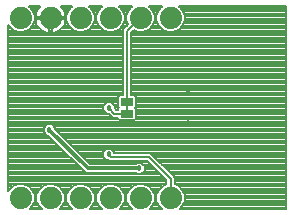
<source format=gbl>
G75*
%MOIN*%
%OFA0B0*%
%FSLAX25Y25*%
%IPPOS*%
%LPD*%
%AMOC8*
5,1,8,0,0,1.08239X$1,22.5*
%
%ADD10C,0.07400*%
%ADD11C,0.00800*%
%ADD12R,0.04000X0.02500*%
%ADD13C,0.01800*%
%ADD14C,0.01200*%
D10*
X0011800Y0023933D03*
X0021800Y0023933D03*
X0031800Y0023933D03*
X0041800Y0023933D03*
X0051800Y0023933D03*
X0061800Y0023933D03*
X0061800Y0083933D03*
X0051800Y0083933D03*
X0041800Y0083933D03*
X0031800Y0083933D03*
X0021800Y0083933D03*
X0011800Y0083933D03*
D11*
X0015784Y0021271D02*
X0014797Y0020283D01*
X0018803Y0020283D01*
X0017816Y0021271D01*
X0017100Y0022998D01*
X0017100Y0024868D01*
X0017816Y0026595D01*
X0019138Y0027918D01*
X0020865Y0028633D01*
X0022735Y0028633D01*
X0024462Y0027918D01*
X0025784Y0026595D01*
X0026500Y0024868D01*
X0026500Y0022998D01*
X0025784Y0021271D01*
X0024797Y0020283D01*
X0028803Y0020283D01*
X0027816Y0021271D01*
X0027100Y0022998D01*
X0027100Y0024868D01*
X0027816Y0026595D01*
X0029138Y0027918D01*
X0030865Y0028633D01*
X0032735Y0028633D01*
X0034462Y0027918D01*
X0035784Y0026595D01*
X0036500Y0024868D01*
X0036500Y0022998D01*
X0035784Y0021271D01*
X0034797Y0020283D01*
X0038803Y0020283D01*
X0037816Y0021271D01*
X0037100Y0022998D01*
X0037100Y0024868D01*
X0037816Y0026595D01*
X0039138Y0027918D01*
X0040865Y0028633D01*
X0042735Y0028633D01*
X0044462Y0027918D01*
X0045784Y0026595D01*
X0046500Y0024868D01*
X0046500Y0022998D01*
X0045784Y0021271D01*
X0044797Y0020283D01*
X0048803Y0020283D01*
X0047816Y0021271D01*
X0047100Y0022998D01*
X0047100Y0024868D01*
X0047816Y0026595D01*
X0049138Y0027918D01*
X0050865Y0028633D01*
X0052735Y0028633D01*
X0054462Y0027918D01*
X0055784Y0026595D01*
X0056500Y0024868D01*
X0056500Y0022998D01*
X0055784Y0021271D01*
X0054797Y0020283D01*
X0058803Y0020283D01*
X0057816Y0021271D01*
X0057100Y0022998D01*
X0057100Y0024868D01*
X0057816Y0026595D01*
X0059138Y0027918D01*
X0060400Y0028440D01*
X0060400Y0029703D01*
X0053920Y0036183D01*
X0041420Y0036183D01*
X0041120Y0036483D01*
X0040413Y0036483D01*
X0039300Y0037596D01*
X0039300Y0039170D01*
X0040413Y0040283D01*
X0041987Y0040283D01*
X0043100Y0039170D01*
X0043100Y0038983D01*
X0055080Y0038983D01*
X0063200Y0030863D01*
X0063200Y0028440D01*
X0064462Y0027918D01*
X0065784Y0026595D01*
X0066500Y0024868D01*
X0066500Y0022998D01*
X0065784Y0021271D01*
X0064797Y0020283D01*
X0100350Y0020283D01*
X0100350Y0087683D01*
X0064697Y0087683D01*
X0065784Y0086595D01*
X0066500Y0084868D01*
X0066500Y0082998D01*
X0065784Y0081271D01*
X0064462Y0079949D01*
X0062735Y0079233D01*
X0060865Y0079233D01*
X0059138Y0079949D01*
X0057816Y0081271D01*
X0057100Y0082998D01*
X0057100Y0084868D01*
X0057816Y0086595D01*
X0058903Y0087683D01*
X0054697Y0087683D01*
X0055784Y0086595D01*
X0056500Y0084868D01*
X0056500Y0082998D01*
X0055784Y0081271D01*
X0054462Y0079949D01*
X0052735Y0079233D01*
X0050865Y0079233D01*
X0049603Y0079756D01*
X0048700Y0078853D01*
X0048700Y0058183D01*
X0049714Y0058183D01*
X0050300Y0057597D01*
X0050300Y0054269D01*
X0049964Y0053933D01*
X0050300Y0053597D01*
X0050300Y0050269D01*
X0049714Y0049683D01*
X0044886Y0049683D01*
X0044300Y0050269D01*
X0044300Y0050533D01*
X0042540Y0050533D01*
X0041720Y0051353D01*
X0041165Y0051908D01*
X0040488Y0051908D01*
X0039375Y0053021D01*
X0039375Y0054595D01*
X0040488Y0055708D01*
X0042062Y0055708D01*
X0043175Y0054595D01*
X0043175Y0053858D01*
X0043700Y0053333D01*
X0044300Y0053333D01*
X0044300Y0053597D01*
X0044636Y0053933D01*
X0044300Y0054269D01*
X0044300Y0057597D01*
X0044886Y0058183D01*
X0045900Y0058183D01*
X0045900Y0080013D01*
X0047623Y0081736D01*
X0047100Y0082998D01*
X0047100Y0084868D01*
X0047816Y0086595D01*
X0048903Y0087683D01*
X0044697Y0087683D01*
X0045784Y0086595D01*
X0046500Y0084868D01*
X0046500Y0082998D01*
X0045784Y0081271D01*
X0044462Y0079949D01*
X0042735Y0079233D01*
X0040865Y0079233D01*
X0039138Y0079949D01*
X0037816Y0081271D01*
X0037100Y0082998D01*
X0037100Y0084868D01*
X0037816Y0086595D01*
X0038903Y0087683D01*
X0034697Y0087683D01*
X0035784Y0086595D01*
X0036500Y0084868D01*
X0036500Y0082998D01*
X0035784Y0081271D01*
X0034462Y0079949D01*
X0032735Y0079233D01*
X0030865Y0079233D01*
X0029138Y0079949D01*
X0027816Y0081271D01*
X0027100Y0082998D01*
X0027100Y0084868D01*
X0027816Y0086595D01*
X0028903Y0087683D01*
X0025262Y0087683D01*
X0025690Y0087255D01*
X0026162Y0086606D01*
X0026526Y0085891D01*
X0026774Y0085127D01*
X0026900Y0084334D01*
X0026900Y0084333D01*
X0022200Y0084333D01*
X0022200Y0083533D01*
X0022200Y0078833D01*
X0022201Y0078833D01*
X0022994Y0078959D01*
X0023758Y0079207D01*
X0024473Y0079571D01*
X0025122Y0080043D01*
X0025690Y0080611D01*
X0026162Y0081260D01*
X0026526Y0081975D01*
X0026774Y0082739D01*
X0026900Y0083532D01*
X0026900Y0083533D01*
X0022200Y0083533D01*
X0021400Y0083533D01*
X0021400Y0078833D01*
X0021399Y0078833D01*
X0020606Y0078959D01*
X0019842Y0079207D01*
X0019127Y0079571D01*
X0018478Y0080043D01*
X0017910Y0080611D01*
X0017438Y0081260D01*
X0017074Y0081975D01*
X0016826Y0082739D01*
X0016700Y0083532D01*
X0016700Y0083533D01*
X0021400Y0083533D01*
X0021400Y0084333D01*
X0016700Y0084333D01*
X0016700Y0084334D01*
X0016826Y0085127D01*
X0017074Y0085891D01*
X0017438Y0086606D01*
X0017910Y0087255D01*
X0018338Y0087683D01*
X0014697Y0087683D01*
X0015784Y0086595D01*
X0016500Y0084868D01*
X0016500Y0082998D01*
X0015784Y0081271D01*
X0014462Y0079949D01*
X0012735Y0079233D01*
X0010865Y0079233D01*
X0009138Y0079949D01*
X0007816Y0081271D01*
X0007700Y0081550D01*
X0007700Y0026316D01*
X0007816Y0026595D01*
X0009138Y0027918D01*
X0010865Y0028633D01*
X0012735Y0028633D01*
X0014462Y0027918D01*
X0015784Y0026595D01*
X0016500Y0024868D01*
X0016500Y0022998D01*
X0015784Y0021271D01*
X0015829Y0021379D02*
X0017771Y0021379D01*
X0017440Y0022177D02*
X0016160Y0022177D01*
X0016491Y0022976D02*
X0017109Y0022976D01*
X0017100Y0023774D02*
X0016500Y0023774D01*
X0016500Y0024573D02*
X0017100Y0024573D01*
X0017308Y0025371D02*
X0016292Y0025371D01*
X0015961Y0026170D02*
X0017639Y0026170D01*
X0018188Y0026968D02*
X0015412Y0026968D01*
X0014613Y0027767D02*
X0018987Y0027767D01*
X0020701Y0028565D02*
X0012899Y0028565D01*
X0010701Y0028565D02*
X0007700Y0028565D01*
X0007700Y0027767D02*
X0008987Y0027767D01*
X0008188Y0026968D02*
X0007700Y0026968D01*
X0007700Y0029364D02*
X0060400Y0029364D01*
X0060400Y0028565D02*
X0052899Y0028565D01*
X0054613Y0027767D02*
X0058987Y0027767D01*
X0058188Y0026968D02*
X0055412Y0026968D01*
X0055961Y0026170D02*
X0057639Y0026170D01*
X0057308Y0025371D02*
X0056292Y0025371D01*
X0056500Y0024573D02*
X0057100Y0024573D01*
X0057100Y0023774D02*
X0056500Y0023774D01*
X0056491Y0022976D02*
X0057109Y0022976D01*
X0057440Y0022177D02*
X0056160Y0022177D01*
X0055829Y0021379D02*
X0057771Y0021379D01*
X0058506Y0020580D02*
X0055094Y0020580D01*
X0048506Y0020580D02*
X0045094Y0020580D01*
X0045829Y0021379D02*
X0047771Y0021379D01*
X0047440Y0022177D02*
X0046160Y0022177D01*
X0046491Y0022976D02*
X0047109Y0022976D01*
X0047100Y0023774D02*
X0046500Y0023774D01*
X0046500Y0024573D02*
X0047100Y0024573D01*
X0047308Y0025371D02*
X0046292Y0025371D01*
X0045961Y0026170D02*
X0047639Y0026170D01*
X0048188Y0026968D02*
X0045412Y0026968D01*
X0044613Y0027767D02*
X0048987Y0027767D01*
X0050701Y0028565D02*
X0042899Y0028565D01*
X0040701Y0028565D02*
X0032899Y0028565D01*
X0034613Y0027767D02*
X0038987Y0027767D01*
X0038188Y0026968D02*
X0035412Y0026968D01*
X0035961Y0026170D02*
X0037639Y0026170D01*
X0037308Y0025371D02*
X0036292Y0025371D01*
X0036500Y0024573D02*
X0037100Y0024573D01*
X0037100Y0023774D02*
X0036500Y0023774D01*
X0036491Y0022976D02*
X0037109Y0022976D01*
X0037440Y0022177D02*
X0036160Y0022177D01*
X0035829Y0021379D02*
X0037771Y0021379D01*
X0038506Y0020580D02*
X0035094Y0020580D01*
X0028506Y0020580D02*
X0025094Y0020580D01*
X0025829Y0021379D02*
X0027771Y0021379D01*
X0027440Y0022177D02*
X0026160Y0022177D01*
X0026491Y0022976D02*
X0027109Y0022976D01*
X0027100Y0023774D02*
X0026500Y0023774D01*
X0026500Y0024573D02*
X0027100Y0024573D01*
X0027308Y0025371D02*
X0026292Y0025371D01*
X0025961Y0026170D02*
X0027639Y0026170D01*
X0028188Y0026968D02*
X0025412Y0026968D01*
X0024613Y0027767D02*
X0028987Y0027767D01*
X0030701Y0028565D02*
X0022899Y0028565D01*
X0031466Y0034155D02*
X0007700Y0034155D01*
X0007700Y0034953D02*
X0030667Y0034953D01*
X0029869Y0035752D02*
X0007700Y0035752D01*
X0007700Y0036550D02*
X0029070Y0036550D01*
X0028271Y0037349D02*
X0007700Y0037349D01*
X0007700Y0038147D02*
X0027473Y0038147D01*
X0026674Y0038946D02*
X0007700Y0038946D01*
X0007700Y0039744D02*
X0025876Y0039744D01*
X0025077Y0040543D02*
X0007700Y0040543D01*
X0007700Y0041341D02*
X0024279Y0041341D01*
X0023480Y0042140D02*
X0007700Y0042140D01*
X0007700Y0042938D02*
X0022682Y0042938D01*
X0021883Y0043737D02*
X0007700Y0043737D01*
X0007700Y0044535D02*
X0021085Y0044535D01*
X0021037Y0044583D02*
X0033537Y0032083D01*
X0050213Y0032083D01*
X0050513Y0031783D01*
X0052087Y0031783D01*
X0053200Y0032896D01*
X0053200Y0034470D01*
X0052087Y0035583D01*
X0050513Y0035583D01*
X0050213Y0035283D01*
X0034863Y0035283D01*
X0023300Y0046846D01*
X0023300Y0047270D01*
X0022187Y0048383D01*
X0020613Y0048383D01*
X0019500Y0047270D01*
X0019500Y0045696D01*
X0020613Y0044583D01*
X0021037Y0044583D01*
X0019862Y0045334D02*
X0007700Y0045334D01*
X0007700Y0046132D02*
X0019500Y0046132D01*
X0019500Y0046931D02*
X0007700Y0046931D01*
X0007700Y0047729D02*
X0019959Y0047729D01*
X0022841Y0047729D02*
X0100350Y0047729D01*
X0100350Y0046931D02*
X0023300Y0046931D01*
X0024013Y0046132D02*
X0100350Y0046132D01*
X0100350Y0045334D02*
X0024812Y0045334D01*
X0025610Y0044535D02*
X0100350Y0044535D01*
X0100350Y0043737D02*
X0026409Y0043737D01*
X0027207Y0042938D02*
X0100350Y0042938D01*
X0100350Y0042140D02*
X0028006Y0042140D01*
X0028804Y0041341D02*
X0100350Y0041341D01*
X0100350Y0040543D02*
X0029603Y0040543D01*
X0030401Y0039744D02*
X0039874Y0039744D01*
X0039300Y0038946D02*
X0031200Y0038946D01*
X0031998Y0038147D02*
X0039300Y0038147D01*
X0039547Y0037349D02*
X0032797Y0037349D01*
X0033595Y0036550D02*
X0040346Y0036550D01*
X0042000Y0037583D02*
X0041200Y0038383D01*
X0042000Y0037583D02*
X0054500Y0037583D01*
X0061800Y0030283D01*
X0061800Y0023933D01*
X0066160Y0022177D02*
X0100350Y0022177D01*
X0100350Y0021379D02*
X0065829Y0021379D01*
X0065094Y0020580D02*
X0100350Y0020580D01*
X0100350Y0022976D02*
X0066491Y0022976D01*
X0066500Y0023774D02*
X0100350Y0023774D01*
X0100350Y0024573D02*
X0066500Y0024573D01*
X0066292Y0025371D02*
X0100350Y0025371D01*
X0100350Y0026170D02*
X0065961Y0026170D01*
X0065412Y0026968D02*
X0100350Y0026968D01*
X0100350Y0027767D02*
X0064613Y0027767D01*
X0063200Y0028565D02*
X0100350Y0028565D01*
X0100350Y0029364D02*
X0063200Y0029364D01*
X0063200Y0030162D02*
X0100350Y0030162D01*
X0100350Y0030961D02*
X0063102Y0030961D01*
X0062304Y0031759D02*
X0100350Y0031759D01*
X0100350Y0032558D02*
X0061505Y0032558D01*
X0060707Y0033356D02*
X0100350Y0033356D01*
X0100350Y0034155D02*
X0059908Y0034155D01*
X0059110Y0034953D02*
X0100350Y0034953D01*
X0100350Y0035752D02*
X0058311Y0035752D01*
X0057513Y0036550D02*
X0100350Y0036550D01*
X0100350Y0037349D02*
X0056714Y0037349D01*
X0055916Y0038147D02*
X0100350Y0038147D01*
X0100350Y0038946D02*
X0055117Y0038946D01*
X0054351Y0035752D02*
X0034394Y0035752D01*
X0032264Y0033356D02*
X0007700Y0033356D01*
X0007700Y0032558D02*
X0033063Y0032558D01*
X0042526Y0039744D02*
X0100350Y0039744D01*
X0100350Y0048528D02*
X0007700Y0048528D01*
X0007700Y0049327D02*
X0100350Y0049327D01*
X0100350Y0050125D02*
X0050156Y0050125D01*
X0050300Y0050924D02*
X0100350Y0050924D01*
X0100350Y0051722D02*
X0050300Y0051722D01*
X0050300Y0052521D02*
X0100350Y0052521D01*
X0100350Y0053319D02*
X0050300Y0053319D01*
X0050149Y0054118D02*
X0100350Y0054118D01*
X0100350Y0054916D02*
X0050300Y0054916D01*
X0050300Y0055715D02*
X0100350Y0055715D01*
X0100350Y0056513D02*
X0050300Y0056513D01*
X0050300Y0057312D02*
X0100350Y0057312D01*
X0100350Y0058110D02*
X0049787Y0058110D01*
X0048700Y0058909D02*
X0100350Y0058909D01*
X0100350Y0059707D02*
X0048700Y0059707D01*
X0048700Y0060506D02*
X0100350Y0060506D01*
X0100350Y0061304D02*
X0048700Y0061304D01*
X0048700Y0062103D02*
X0100350Y0062103D01*
X0100350Y0062901D02*
X0048700Y0062901D01*
X0048700Y0063700D02*
X0100350Y0063700D01*
X0100350Y0064498D02*
X0048700Y0064498D01*
X0048700Y0065297D02*
X0100350Y0065297D01*
X0100350Y0066095D02*
X0048700Y0066095D01*
X0048700Y0066894D02*
X0100350Y0066894D01*
X0100350Y0067692D02*
X0048700Y0067692D01*
X0048700Y0068491D02*
X0100350Y0068491D01*
X0100350Y0069289D02*
X0048700Y0069289D01*
X0048700Y0070088D02*
X0100350Y0070088D01*
X0100350Y0070886D02*
X0048700Y0070886D01*
X0048700Y0071685D02*
X0100350Y0071685D01*
X0100350Y0072483D02*
X0048700Y0072483D01*
X0048700Y0073282D02*
X0100350Y0073282D01*
X0100350Y0074080D02*
X0048700Y0074080D01*
X0048700Y0074879D02*
X0100350Y0074879D01*
X0100350Y0075677D02*
X0048700Y0075677D01*
X0048700Y0076476D02*
X0100350Y0076476D01*
X0100350Y0077274D02*
X0048700Y0077274D01*
X0048700Y0078073D02*
X0100350Y0078073D01*
X0100350Y0078871D02*
X0048718Y0078871D01*
X0049517Y0079670D02*
X0049810Y0079670D01*
X0047300Y0079433D02*
X0051800Y0083933D01*
X0056114Y0082065D02*
X0057486Y0082065D01*
X0057156Y0082864D02*
X0056444Y0082864D01*
X0056500Y0083662D02*
X0057100Y0083662D01*
X0057100Y0084461D02*
X0056500Y0084461D01*
X0056338Y0085260D02*
X0057262Y0085260D01*
X0057593Y0086058D02*
X0056007Y0086058D01*
X0055523Y0086857D02*
X0058077Y0086857D01*
X0058875Y0087655D02*
X0054725Y0087655D01*
X0048875Y0087655D02*
X0044725Y0087655D01*
X0045523Y0086857D02*
X0048077Y0086857D01*
X0047593Y0086058D02*
X0046007Y0086058D01*
X0046338Y0085260D02*
X0047262Y0085260D01*
X0047100Y0084461D02*
X0046500Y0084461D01*
X0046500Y0083662D02*
X0047100Y0083662D01*
X0047156Y0082864D02*
X0046444Y0082864D01*
X0046114Y0082065D02*
X0047486Y0082065D01*
X0047154Y0081267D02*
X0045781Y0081267D01*
X0046355Y0080468D02*
X0044982Y0080468D01*
X0045900Y0079670D02*
X0043790Y0079670D01*
X0045900Y0078871D02*
X0022444Y0078871D01*
X0022200Y0078871D02*
X0021400Y0078871D01*
X0021156Y0078871D02*
X0007700Y0078871D01*
X0007700Y0078073D02*
X0045900Y0078073D01*
X0045900Y0077274D02*
X0007700Y0077274D01*
X0007700Y0076476D02*
X0045900Y0076476D01*
X0045900Y0075677D02*
X0007700Y0075677D01*
X0007700Y0074879D02*
X0045900Y0074879D01*
X0045900Y0074080D02*
X0007700Y0074080D01*
X0007700Y0073282D02*
X0045900Y0073282D01*
X0045900Y0072483D02*
X0007700Y0072483D01*
X0007700Y0071685D02*
X0045900Y0071685D01*
X0045900Y0070886D02*
X0007700Y0070886D01*
X0007700Y0070088D02*
X0045900Y0070088D01*
X0045900Y0069289D02*
X0007700Y0069289D01*
X0007700Y0068491D02*
X0045900Y0068491D01*
X0045900Y0067692D02*
X0007700Y0067692D01*
X0007700Y0066894D02*
X0045900Y0066894D01*
X0045900Y0066095D02*
X0007700Y0066095D01*
X0007700Y0065297D02*
X0045900Y0065297D01*
X0045900Y0064498D02*
X0007700Y0064498D01*
X0007700Y0063700D02*
X0045900Y0063700D01*
X0045900Y0062901D02*
X0007700Y0062901D01*
X0007700Y0062103D02*
X0045900Y0062103D01*
X0045900Y0061304D02*
X0007700Y0061304D01*
X0007700Y0060506D02*
X0045900Y0060506D01*
X0045900Y0059707D02*
X0007700Y0059707D01*
X0007700Y0058909D02*
X0045900Y0058909D01*
X0044813Y0058110D02*
X0007700Y0058110D01*
X0007700Y0057312D02*
X0044300Y0057312D01*
X0044300Y0056513D02*
X0007700Y0056513D01*
X0007700Y0055715D02*
X0044300Y0055715D01*
X0044300Y0054916D02*
X0042854Y0054916D01*
X0043175Y0054118D02*
X0044451Y0054118D01*
X0047300Y0055433D02*
X0047300Y0052433D01*
X0047300Y0051933D02*
X0043120Y0051933D01*
X0041275Y0053778D01*
X0041275Y0053808D01*
X0039876Y0052521D02*
X0007700Y0052521D01*
X0007700Y0053319D02*
X0039375Y0053319D01*
X0039375Y0054118D02*
X0007700Y0054118D01*
X0007700Y0054916D02*
X0039696Y0054916D01*
X0041351Y0051722D02*
X0007700Y0051722D01*
X0007700Y0050924D02*
X0042150Y0050924D01*
X0044444Y0050125D02*
X0007700Y0050125D01*
X0007700Y0031759D02*
X0058344Y0031759D01*
X0059142Y0030961D02*
X0007700Y0030961D01*
X0007700Y0030162D02*
X0059941Y0030162D01*
X0057545Y0032558D02*
X0052862Y0032558D01*
X0053200Y0033356D02*
X0056747Y0033356D01*
X0055948Y0034155D02*
X0053200Y0034155D01*
X0052717Y0034953D02*
X0055150Y0034953D01*
X0018506Y0020580D02*
X0015094Y0020580D01*
X0047300Y0055933D02*
X0047300Y0079433D01*
X0053790Y0079670D02*
X0059810Y0079670D01*
X0058618Y0080468D02*
X0054982Y0080468D01*
X0055781Y0081267D02*
X0057819Y0081267D01*
X0063790Y0079670D02*
X0100350Y0079670D01*
X0100350Y0080468D02*
X0064982Y0080468D01*
X0065781Y0081267D02*
X0100350Y0081267D01*
X0100350Y0082065D02*
X0066114Y0082065D01*
X0066444Y0082864D02*
X0100350Y0082864D01*
X0100350Y0083662D02*
X0066500Y0083662D01*
X0066500Y0084461D02*
X0100350Y0084461D01*
X0100350Y0085260D02*
X0066338Y0085260D01*
X0066007Y0086058D02*
X0100350Y0086058D01*
X0100350Y0086857D02*
X0065523Y0086857D01*
X0064725Y0087655D02*
X0100350Y0087655D01*
X0039810Y0079670D02*
X0033790Y0079670D01*
X0034982Y0080468D02*
X0038618Y0080468D01*
X0037819Y0081267D02*
X0035781Y0081267D01*
X0036114Y0082065D02*
X0037486Y0082065D01*
X0037156Y0082864D02*
X0036444Y0082864D01*
X0036500Y0083662D02*
X0037100Y0083662D01*
X0037100Y0084461D02*
X0036500Y0084461D01*
X0036338Y0085260D02*
X0037262Y0085260D01*
X0037593Y0086058D02*
X0036007Y0086058D01*
X0035523Y0086857D02*
X0038077Y0086857D01*
X0038875Y0087655D02*
X0034725Y0087655D01*
X0028875Y0087655D02*
X0025290Y0087655D01*
X0025980Y0086857D02*
X0028077Y0086857D01*
X0027593Y0086058D02*
X0026441Y0086058D01*
X0026731Y0085260D02*
X0027262Y0085260D01*
X0027100Y0084461D02*
X0026880Y0084461D01*
X0027100Y0083662D02*
X0022200Y0083662D01*
X0022200Y0082864D02*
X0021400Y0082864D01*
X0021400Y0083662D02*
X0016500Y0083662D01*
X0016500Y0084461D02*
X0016720Y0084461D01*
X0016869Y0085260D02*
X0016338Y0085260D01*
X0016007Y0086058D02*
X0017159Y0086058D01*
X0017620Y0086857D02*
X0015523Y0086857D01*
X0014725Y0087655D02*
X0018310Y0087655D01*
X0016806Y0082864D02*
X0016444Y0082864D01*
X0016114Y0082065D02*
X0017044Y0082065D01*
X0017435Y0081267D02*
X0015781Y0081267D01*
X0014982Y0080468D02*
X0018052Y0080468D01*
X0018991Y0079670D02*
X0013790Y0079670D01*
X0009810Y0079670D02*
X0007700Y0079670D01*
X0007700Y0080468D02*
X0008618Y0080468D01*
X0007819Y0081267D02*
X0007700Y0081267D01*
X0021400Y0081267D02*
X0022200Y0081267D01*
X0022200Y0082065D02*
X0021400Y0082065D01*
X0021400Y0080468D02*
X0022200Y0080468D01*
X0022200Y0079670D02*
X0021400Y0079670D01*
X0024609Y0079670D02*
X0029810Y0079670D01*
X0028618Y0080468D02*
X0025548Y0080468D01*
X0026165Y0081267D02*
X0027819Y0081267D01*
X0027486Y0082065D02*
X0026556Y0082065D01*
X0026794Y0082864D02*
X0027156Y0082864D01*
D12*
X0047300Y0055933D03*
X0047300Y0051933D03*
D13*
X0041275Y0053808D03*
X0021400Y0046483D03*
X0041200Y0038383D03*
X0051300Y0033683D03*
X0067650Y0048983D03*
X0067650Y0058983D03*
D14*
X0034200Y0033683D02*
X0021400Y0046483D01*
X0034200Y0033683D02*
X0051300Y0033683D01*
M02*

</source>
